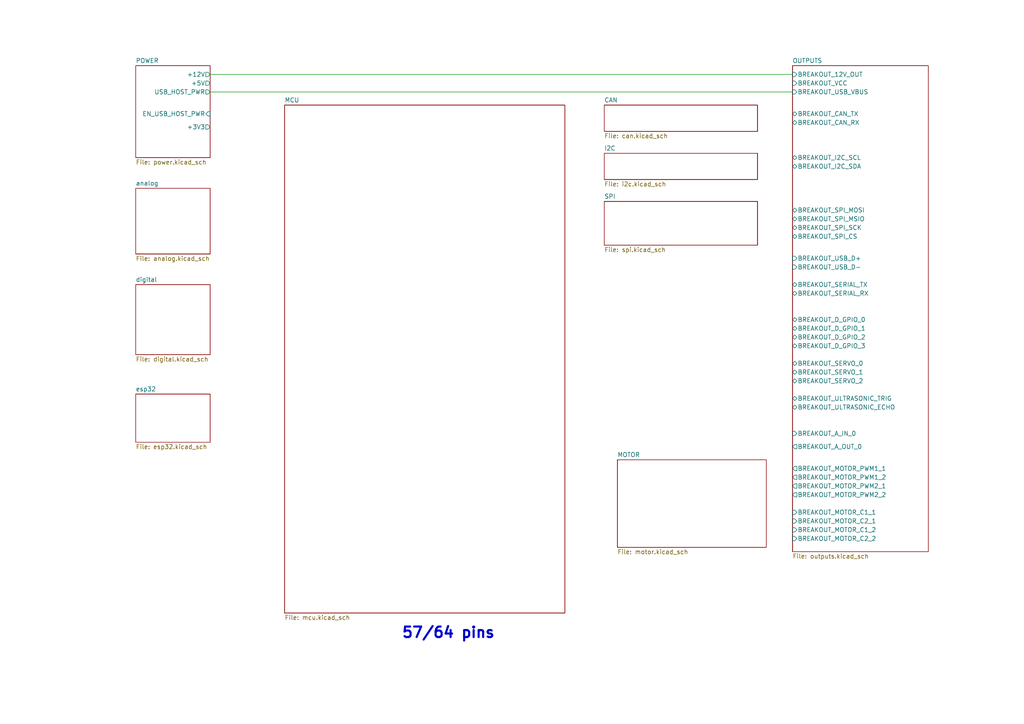
<source format=kicad_sch>
(kicad_sch
	(version 20231120)
	(generator "eeschema")
	(generator_version "8.0")
	(uuid "f1c25860-8989-4190-bd24-2491d23ca7d9")
	(paper "A4")
	(lib_symbols)
	(wire
		(pts
			(xy 60.96 21.59) (xy 229.87 21.59)
		)
		(stroke
			(width 0)
			(type default)
		)
		(uuid "e7f8b730-ff90-4434-aeee-9e46fe872e29")
	)
	(wire
		(pts
			(xy 60.96 26.67) (xy 229.87 26.67)
		)
		(stroke
			(width 0)
			(type default)
		)
		(uuid "e9463c1a-95e2-4b83-89e2-b0ae7f833eda")
	)
	(text "57/64 pins"
		(exclude_from_sim no)
		(at 130.048 183.642 0)
		(effects
			(font
				(size 3.048 3.048)
				(thickness 0.6096)
				(bold yes)
			)
		)
		(uuid "5f8159bb-13d8-4f5f-a3db-8d13972ec67a")
	)
	(sheet
		(at 82.55 30.48)
		(size 81.28 147.32)
		(fields_autoplaced yes)
		(stroke
			(width 0.1524)
			(type solid)
		)
		(fill
			(color 0 0 0 0.0000)
		)
		(uuid "27fc7bb4-2bbd-477b-b6e3-e07582947566")
		(property "Sheetname" "MCU"
			(at 82.55 29.7684 0)
			(effects
				(font
					(size 1.27 1.27)
				)
				(justify left bottom)
			)
		)
		(property "Sheetfile" "mcu.kicad_sch"
			(at 82.55 178.3846 0)
			(effects
				(font
					(size 1.27 1.27)
				)
				(justify left top)
			)
		)
		(instances
			(project "PRODIGY-MOTHERBOARD"
				(path "/f1c25860-8989-4190-bd24-2491d23ca7d9"
					(page "14")
				)
			)
		)
	)
	(sheet
		(at 39.37 114.3)
		(size 21.59 13.97)
		(fields_autoplaced yes)
		(stroke
			(width 0.1524)
			(type solid)
		)
		(fill
			(color 0 0 0 0.0000)
		)
		(uuid "4747deee-8806-443e-847a-65f550cadde4")
		(property "Sheetname" "esp32"
			(at 39.37 113.5884 0)
			(effects
				(font
					(size 1.27 1.27)
				)
				(justify left bottom)
			)
		)
		(property "Sheetfile" "esp32.kicad_sch"
			(at 39.37 128.8546 0)
			(effects
				(font
					(size 1.27 1.27)
				)
				(justify left top)
			)
		)
		(property "Field2" ""
			(at 39.37 114.3 0)
			(effects
				(font
					(size 1.27 1.27)
				)
				(hide yes)
			)
		)
		(instances
			(project "PRODIGY-MOTHERBOARD"
				(path "/f1c25860-8989-4190-bd24-2491d23ca7d9"
					(page "15")
				)
			)
		)
	)
	(sheet
		(at 175.26 44.45)
		(size 44.45 7.62)
		(fields_autoplaced yes)
		(stroke
			(width 0.1524)
			(type solid)
		)
		(fill
			(color 0 0 0 0.0000)
		)
		(uuid "68745e9f-546d-4e12-ac2b-ba23aeab0093")
		(property "Sheetname" "I2C"
			(at 175.26 43.7384 0)
			(effects
				(font
					(size 1.27 1.27)
				)
				(justify left bottom)
			)
		)
		(property "Sheetfile" "i2c.kicad_sch"
			(at 175.26 52.6546 0)
			(effects
				(font
					(size 1.27 1.27)
				)
				(justify left top)
			)
		)
		(property "Field2" ""
			(at 175.26 44.45 0)
			(effects
				(font
					(size 1.27 1.27)
				)
				(hide yes)
			)
		)
		(instances
			(project "PRODIGY-MOTHERBOARD"
				(path "/f1c25860-8989-4190-bd24-2491d23ca7d9"
					(page "16")
				)
			)
		)
	)
	(sheet
		(at 179.07 133.35)
		(size 43.18 25.4)
		(fields_autoplaced yes)
		(stroke
			(width 0.1524)
			(type solid)
		)
		(fill
			(color 0 0 0 0.0000)
		)
		(uuid "68c611b4-6626-4f5e-8db6-2b7527a0fa95")
		(property "Sheetname" "MOTOR"
			(at 179.07 132.6384 0)
			(effects
				(font
					(size 1.27 1.27)
				)
				(justify left bottom)
			)
		)
		(property "Sheetfile" "motor.kicad_sch"
			(at 179.07 159.3346 0)
			(effects
				(font
					(size 1.27 1.27)
				)
				(justify left top)
			)
		)
		(instances
			(project "PRODIGY-MOTHERBOARD"
				(path "/f1c25860-8989-4190-bd24-2491d23ca7d9"
					(page "14")
				)
			)
		)
	)
	(sheet
		(at 39.37 19.05)
		(size 21.59 26.67)
		(fields_autoplaced yes)
		(stroke
			(width 0.1524)
			(type solid)
		)
		(fill
			(color 0 0 0 0.0000)
		)
		(uuid "7df83d4f-8c4f-4445-bdae-bd2c13239983")
		(property "Sheetname" "POWER"
			(at 39.37 18.3384 0)
			(effects
				(font
					(size 1.27 1.27)
				)
				(justify left bottom)
			)
		)
		(property "Sheetfile" "power.kicad_sch"
			(at 39.37 46.3046 0)
			(effects
				(font
					(size 1.27 1.27)
				)
				(justify left top)
			)
		)
		(pin "+3V3" output
			(at 60.96 36.83 0)
			(effects
				(font
					(size 1.27 1.27)
				)
				(justify right)
			)
			(uuid "1d0dc8fd-a28d-4643-ad6c-2a12e3c1cb59")
		)
		(pin "+12V" output
			(at 60.96 21.59 0)
			(effects
				(font
					(size 1.27 1.27)
				)
				(justify right)
			)
			(uuid "d19d0393-ce12-40c5-9978-16e38057ae2f")
		)
		(pin "+5V" output
			(at 60.96 24.13 0)
			(effects
				(font
					(size 1.27 1.27)
				)
				(justify right)
			)
			(uuid "67313a28-4657-45f5-8082-c54dbb1849bc")
		)
		(pin "USB_HOST_PWR" output
			(at 60.96 26.67 0)
			(effects
				(font
					(size 1.27 1.27)
				)
				(justify right)
			)
			(uuid "4f2ac2ae-fe8d-4ece-b64f-9f9a03b0ca3a")
		)
		(pin "EN_USB_HOST_PWR" input
			(at 60.96 33.02 0)
			(effects
				(font
					(size 1.27 1.27)
				)
				(justify right)
			)
			(uuid "644c73fd-4a9e-4dbf-b1e9-4c3c0d01d6f8")
		)
		(instances
			(project "PRODIGY-MOTHERBOARD"
				(path "/f1c25860-8989-4190-bd24-2491d23ca7d9"
					(page "8")
				)
			)
		)
	)
	(sheet
		(at 39.37 54.61)
		(size 21.59 19.05)
		(fields_autoplaced yes)
		(stroke
			(width 0.1524)
			(type solid)
		)
		(fill
			(color 0 0 0 0.0000)
		)
		(uuid "a2bc12b1-b9d0-4419-aed0-74588fb36767")
		(property "Sheetname" "analog"
			(at 39.37 53.8984 0)
			(effects
				(font
					(size 1.27 1.27)
				)
				(justify left bottom)
			)
		)
		(property "Sheetfile" "analog.kicad_sch"
			(at 39.37 74.2446 0)
			(effects
				(font
					(size 1.27 1.27)
				)
				(justify left top)
			)
		)
		(property "Field2" ""
			(at 39.37 54.61 0)
			(effects
				(font
					(size 1.27 1.27)
				)
				(hide yes)
			)
		)
		(instances
			(project "PRODIGY-MOTHERBOARD"
				(path "/f1c25860-8989-4190-bd24-2491d23ca7d9"
					(page "25")
				)
			)
		)
	)
	(sheet
		(at 229.87 19.05)
		(size 39.37 140.97)
		(fields_autoplaced yes)
		(stroke
			(width 0.1524)
			(type solid)
		)
		(fill
			(color 0 0 0 0.0000)
		)
		(uuid "a962dcec-9dee-4e54-acaa-e8da87dab487")
		(property "Sheetname" "OUTPUTS"
			(at 229.87 18.3384 0)
			(effects
				(font
					(size 1.27 1.27)
				)
				(justify left bottom)
			)
		)
		(property "Sheetfile" "outputs.kicad_sch"
			(at 229.87 160.6046 0)
			(effects
				(font
					(size 1.27 1.27)
				)
				(justify left top)
			)
		)
		(pin "BREAKOUT_SERVO_0" bidirectional
			(at 229.87 105.41 180)
			(effects
				(font
					(size 1.27 1.27)
				)
				(justify left)
			)
			(uuid "16a29d98-df03-40bb-9cd4-732ad18d284a")
		)
		(pin "BREAKOUT_SERVO_1" bidirectional
			(at 229.87 107.95 180)
			(effects
				(font
					(size 1.27 1.27)
				)
				(justify left)
			)
			(uuid "4887c18a-efa7-48e7-9a01-b013268774cd")
		)
		(pin "BREAKOUT_SERIAL_TX" bidirectional
			(at 229.87 82.55 180)
			(effects
				(font
					(size 1.27 1.27)
				)
				(justify left)
			)
			(uuid "ba795961-7d7d-4efc-b9c5-6d82e17d81bf")
		)
		(pin "BREAKOUT_SERIAL_RX" bidirectional
			(at 229.87 85.09 180)
			(effects
				(font
					(size 1.27 1.27)
				)
				(justify left)
			)
			(uuid "943042d5-bb63-4da3-af74-c69680411613")
		)
		(pin "BREAKOUT_SPI_MOSI" bidirectional
			(at 229.87 60.96 180)
			(effects
				(font
					(size 1.27 1.27)
				)
				(justify left)
			)
			(uuid "d48f6e7a-dc32-48e6-a420-82f67f722592")
		)
		(pin "BREAKOUT_SPI_MSIO" bidirectional
			(at 229.87 63.5 180)
			(effects
				(font
					(size 1.27 1.27)
				)
				(justify left)
			)
			(uuid "3ea946e7-2512-4bb3-b9c9-481866f9b0f5")
		)
		(pin "BREAKOUT_SPI_SCK" bidirectional
			(at 229.87 66.04 180)
			(effects
				(font
					(size 1.27 1.27)
				)
				(justify left)
			)
			(uuid "4b3be8a5-2a12-4547-9085-f035827f04f4")
		)
		(pin "BREAKOUT_CAN_TX" bidirectional
			(at 229.87 33.02 180)
			(effects
				(font
					(size 1.27 1.27)
				)
				(justify left)
			)
			(uuid "07af4ded-7846-481d-a0a4-2e1720033764")
		)
		(pin "BREAKOUT_CAN_RX" bidirectional
			(at 229.87 35.56 180)
			(effects
				(font
					(size 1.27 1.27)
				)
				(justify left)
			)
			(uuid "a14ffd84-9426-4606-ab76-191aa9aa6cff")
		)
		(pin "BREAKOUT_I2C_SCL" bidirectional
			(at 229.87 45.72 180)
			(effects
				(font
					(size 1.27 1.27)
				)
				(justify left)
			)
			(uuid "ae4dce51-98a6-48e5-bb83-5d22e22d6d5e")
		)
		(pin "BREAKOUT_I2C_SDA" bidirectional
			(at 229.87 48.26 180)
			(effects
				(font
					(size 1.27 1.27)
				)
				(justify left)
			)
			(uuid "a7934578-ed56-40ca-bf7c-e6a10634ab2b")
		)
		(pin "BREAKOUT_SPI_CS" bidirectional
			(at 229.87 68.58 180)
			(effects
				(font
					(size 1.27 1.27)
				)
				(justify left)
			)
			(uuid "1f46f3fe-4663-4600-bf17-5c5c0ddb4766")
		)
		(pin "BREAKOUT_D_GPIO_1" bidirectional
			(at 229.87 95.25 180)
			(effects
				(font
					(size 1.27 1.27)
				)
				(justify left)
			)
			(uuid "0a9ab460-4450-44fd-a6df-0463b9b23562")
		)
		(pin "BREAKOUT_D_GPIO_2" bidirectional
			(at 229.87 97.79 180)
			(effects
				(font
					(size 1.27 1.27)
				)
				(justify left)
			)
			(uuid "3959cd69-da20-4441-8e95-57b1015871e6")
		)
		(pin "BREAKOUT_D_GPIO_3" bidirectional
			(at 229.87 100.33 180)
			(effects
				(font
					(size 1.27 1.27)
				)
				(justify left)
			)
			(uuid "e22f95d8-c1b4-4f1d-bea7-918dd5ede843")
		)
		(pin "BREAKOUT_D_GPIO_0" bidirectional
			(at 229.87 92.71 180)
			(effects
				(font
					(size 1.27 1.27)
				)
				(justify left)
			)
			(uuid "28e2065d-9dfa-43fa-99b4-931ffca7c66f")
		)
		(pin "BREAKOUT_A_IN_0" input
			(at 229.87 125.73 180)
			(effects
				(font
					(size 1.27 1.27)
				)
				(justify left)
			)
			(uuid "f088f56e-9a34-45fd-8b40-86ab28ab6092")
		)
		(pin "BREAKOUT_A_OUT_0" output
			(at 229.87 129.54 180)
			(effects
				(font
					(size 1.27 1.27)
				)
				(justify left)
			)
			(uuid "aa1149f2-78c1-48c0-a747-845ea2adadab")
		)
		(pin "BREAKOUT_USB_VBUS" input
			(at 229.87 26.67 180)
			(effects
				(font
					(size 1.27 1.27)
				)
				(justify left)
			)
			(uuid "7ad8d51e-e933-4175-9131-3bb12e0c7dba")
		)
		(pin "BREAKOUT_USB_D+" input
			(at 229.87 74.93 180)
			(effects
				(font
					(size 1.27 1.27)
				)
				(justify left)
			)
			(uuid "1bbe83f6-5e54-42d1-98a4-00ca9560eb63")
		)
		(pin "BREAKOUT_USB_D-" input
			(at 229.87 77.47 180)
			(effects
				(font
					(size 1.27 1.27)
				)
				(justify left)
			)
			(uuid "d91f1f33-a591-4f21-943d-0e6d8ed41cc8")
		)
		(pin "BREAKOUT_SERVO_2" bidirectional
			(at 229.87 110.49 180)
			(effects
				(font
					(size 1.27 1.27)
				)
				(justify left)
			)
			(uuid "0260e34d-5a09-4a08-854c-8bb2eec20a98")
		)
		(pin "BREAKOUT_ULTRASONIC_TRIG" bidirectional
			(at 229.87 115.57 180)
			(effects
				(font
					(size 1.27 1.27)
				)
				(justify left)
			)
			(uuid "d91ea0de-d2b0-4244-aa1b-98b4c4a51f43")
		)
		(pin "BREAKOUT_ULTRASONIC_ECHO" bidirectional
			(at 229.87 118.11 180)
			(effects
				(font
					(size 1.27 1.27)
				)
				(justify left)
			)
			(uuid "9180579b-817a-4be9-b940-3348352bf690")
		)
		(pin "BREAKOUT_MOTOR_PWM1_1" output
			(at 229.87 135.89 180)
			(effects
				(font
					(size 1.27 1.27)
				)
				(justify left)
			)
			(uuid "5bdcc77a-41df-411a-bde5-c22d5f8c8170")
		)
		(pin "BREAKOUT_MOTOR_PWM1_2" output
			(at 229.87 138.43 180)
			(effects
				(font
					(size 1.27 1.27)
				)
				(justify left)
			)
			(uuid "2fdf70df-88b7-4166-810f-faceda9ce821")
		)
		(pin "BREAKOUT_MOTOR_PWM2_1" output
			(at 229.87 140.97 180)
			(effects
				(font
					(size 1.27 1.27)
				)
				(justify left)
			)
			(uuid "e8033c55-2f86-43c2-9d0c-3fbe01a1eb35")
		)
		(pin "BREAKOUT_MOTOR_PWM2_2" output
			(at 229.87 143.51 180)
			(effects
				(font
					(size 1.27 1.27)
				)
				(justify left)
			)
			(uuid "27aee6ee-24e8-4674-aec9-0be5098e2f85")
		)
		(pin "BREAKOUT_MOTOR_C1_1" input
			(at 229.87 148.59 180)
			(effects
				(font
					(size 1.27 1.27)
				)
				(justify left)
			)
			(uuid "b6ac7f65-ca34-453a-9cd5-3f1bc88baab4")
		)
		(pin "BREAKOUT_MOTOR_C2_1" input
			(at 229.87 151.13 180)
			(effects
				(font
					(size 1.27 1.27)
				)
				(justify left)
			)
			(uuid "86615973-8ce9-4c13-93d4-458701cba016")
		)
		(pin "BREAKOUT_MOTOR_C1_2" input
			(at 229.87 153.67 180)
			(effects
				(font
					(size 1.27 1.27)
				)
				(justify left)
			)
			(uuid "1875b006-2e0c-492b-bea8-20a27f674dc4")
		)
		(pin "BREAKOUT_MOTOR_C2_2" input
			(at 229.87 156.21 180)
			(effects
				(font
					(size 1.27 1.27)
				)
				(justify left)
			)
			(uuid "6f51ad93-9f71-48a8-9649-807b26a5523e")
		)
		(pin "BREAKOUT_12V_OUT" input
			(at 229.87 21.59 180)
			(effects
				(font
					(size 1.27 1.27)
				)
				(justify left)
			)
			(uuid "dce28677-d7bb-4727-9d43-11fad3e707b1")
		)
		(pin "BREAKOUT_VCC" input
			(at 229.87 24.13 180)
			(effects
				(font
					(size 1.27 1.27)
				)
				(justify left)
			)
			(uuid "effb707c-10f3-4563-b8af-a2cfbd7e4f71")
		)
		(instances
			(project "PRODIGY-MOTHERBOARD"
				(path "/f1c25860-8989-4190-bd24-2491d23ca7d9"
					(page "3")
				)
			)
		)
	)
	(sheet
		(at 39.37 82.55)
		(size 21.59 20.32)
		(fields_autoplaced yes)
		(stroke
			(width 0.1524)
			(type solid)
		)
		(fill
			(color 0 0 0 0.0000)
		)
		(uuid "ce186ed4-d4ab-4748-8528-740210dbd27e")
		(property "Sheetname" "digital"
			(at 39.37 81.8384 0)
			(effects
				(font
					(size 1.27 1.27)
				)
				(justify left bottom)
			)
		)
		(property "Sheetfile" "digital.kicad_sch"
			(at 39.37 103.4546 0)
			(effects
				(font
					(size 1.27 1.27)
				)
				(justify left top)
			)
		)
		(instances
			(project "PRODIGY-MOTHERBOARD"
				(path "/f1c25860-8989-4190-bd24-2491d23ca7d9"
					(page "24")
				)
			)
		)
	)
	(sheet
		(at 175.26 30.48)
		(size 44.45 7.62)
		(fields_autoplaced yes)
		(stroke
			(width 0.1524)
			(type solid)
		)
		(fill
			(color 0 0 0 0.0000)
		)
		(uuid "cf0d8bf1-4632-49df-9398-b3de35528304")
		(property "Sheetname" "CAN"
			(at 175.26 29.7684 0)
			(effects
				(font
					(size 1.27 1.27)
				)
				(justify left bottom)
			)
		)
		(property "Sheetfile" "can.kicad_sch"
			(at 175.26 38.6846 0)
			(effects
				(font
					(size 1.27 1.27)
				)
				(justify left top)
			)
		)
		(instances
			(project "PRODIGY-MOTHERBOARD"
				(path "/f1c25860-8989-4190-bd24-2491d23ca7d9"
					(page "13")
				)
			)
		)
	)
	(sheet
		(at 175.26 58.42)
		(size 44.45 12.7)
		(fields_autoplaced yes)
		(stroke
			(width 0.1524)
			(type solid)
		)
		(fill
			(color 0 0 0 0.0000)
		)
		(uuid "e2913798-f444-47a6-8b64-53020d7d816b")
		(property "Sheetname" "SPI"
			(at 175.26 57.7084 0)
			(effects
				(font
					(size 1.27 1.27)
				)
				(justify left bottom)
			)
		)
		(property "Sheetfile" "spi.kicad_sch"
			(at 175.26 71.7046 0)
			(effects
				(font
					(size 1.27 1.27)
				)
				(justify left top)
			)
		)
		(instances
			(project "PRODIGY-MOTHERBOARD"
				(path "/f1c25860-8989-4190-bd24-2491d23ca7d9"
					(page "17")
				)
			)
		)
	)
	(sheet_instances
		(path "/"
			(page "1")
		)
	)
)

</source>
